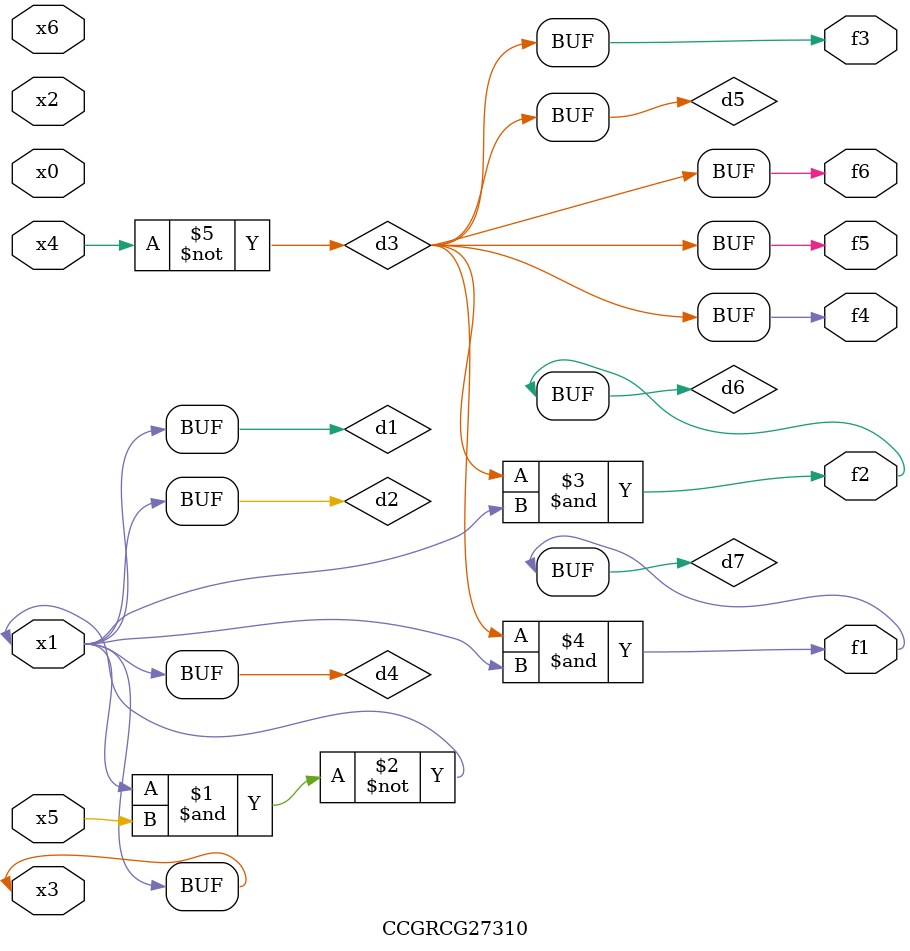
<source format=v>
module CCGRCG27310(
	input x0, x1, x2, x3, x4, x5, x6,
	output f1, f2, f3, f4, f5, f6
);

	wire d1, d2, d3, d4, d5, d6, d7;

	buf (d1, x1, x3);
	nand (d2, x1, x5);
	not (d3, x4);
	buf (d4, d1, d2);
	buf (d5, d3);
	and (d6, d3, d4);
	and (d7, d3, d4);
	assign f1 = d7;
	assign f2 = d6;
	assign f3 = d5;
	assign f4 = d5;
	assign f5 = d5;
	assign f6 = d5;
endmodule

</source>
